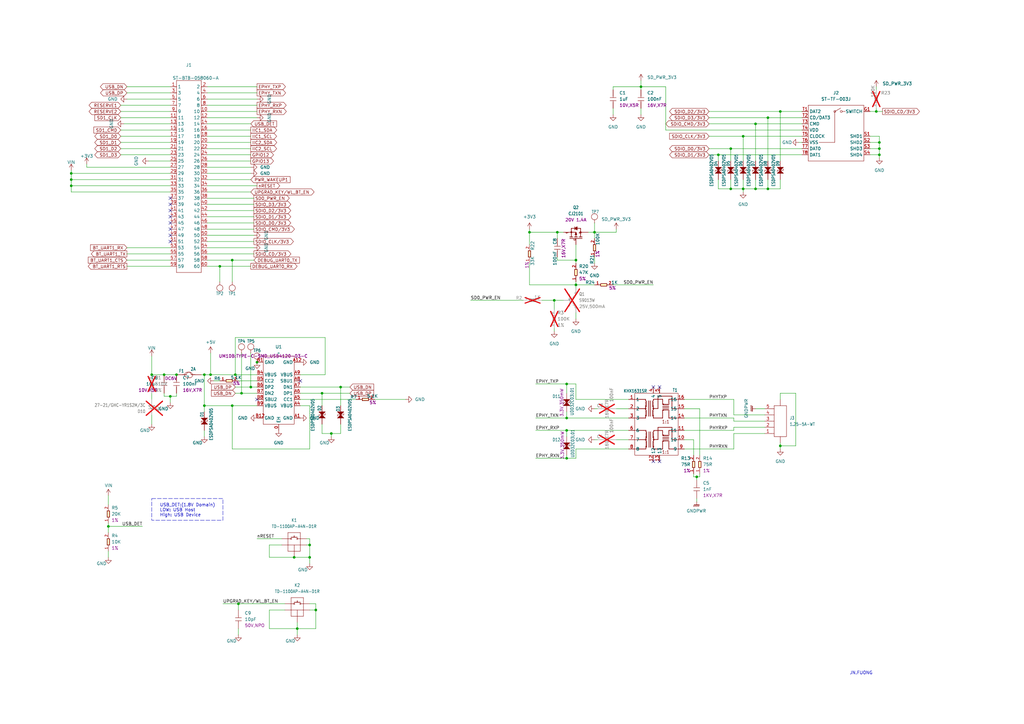
<source format=kicad_sch>
(kicad_sch (version 20231120) (generator "eeschema") (generator_version "8.0")
  (paper "A3")
  (junction (at 285.75 195.58))
  (junction (at 360.68 58.42))
  (junction (at 243.84 95.25))
  (junction (at 83.82 153.67))
  (junction (at 120.65 228.6))
  (junction (at 304.8 55.88))
  (junction (at 294.64 63.5))
  (junction (at 127 223.52))
  (junction (at 105.41 148.59))
  (junction (at 232.41 171.45))
  (junction (at 97.79 247.65))
  (junction (at 29.21 71.12))
  (junction (at 299.72 60.96))
  (junction (at 86.36 153.67))
  (junction (at 359.41 45.72))
  (junction (at 217.17 95.25))
  (junction (at 69.85 162.56))
  (junction (at 44.45 215.9))
  (junction (at 102.87 158.75))
  (junction (at 320.04 45.72))
  (junction (at 360.68 63.5))
  (junction (at 62.23 153.67))
  (junction (at 262.89 35.56))
  (junction (at 127 228.6))
  (junction (at 83.82 166.37))
  (junction (at 67.31 153.67))
  (junction (at 232.41 176.53))
  (junction (at 96.52 153.67))
  (junction (at 304.8 77.47))
  (junction (at 90.17 109.22))
  (junction (at 139.7 158.75))
  (junction (at 309.88 77.47))
  (junction (at 132.08 161.29))
  (junction (at 135.89 177.8))
  (junction (at 360.68 60.96))
  (junction (at 314.96 48.26))
  (junction (at 121.92 257.81))
  (junction (at 95.25 166.37))
  (junction (at 309.88 50.8))
  (junction (at 29.21 73.66))
  (junction (at 227.33 123.19))
  (junction (at 29.21 76.2))
  (junction (at 228.6 95.25))
  (junction (at 99.06 161.29))
  (junction (at 236.22 106.68))
  (junction (at 129.54 250.19))
  (junction (at 299.72 77.47))
  (junction (at 320.04 182.88))
  (junction (at 232.41 157.48))
  (junction (at 95.25 106.68))
  (junction (at 314.96 77.47))
  (junction (at 72.39 153.67))
  (junction (at 236.22 116.84))
  (junction (at 232.41 187.96))
  (no_connect (at 267.97 189.23))
  (no_connect (at 69.85 81.28))
  (no_connect (at 69.85 93.98))
  (no_connect (at 105.41 163.83))
  (no_connect (at 69.85 86.36))
  (no_connect (at 267.97 158.75))
  (no_connect (at 270.51 158.75))
  (no_connect (at 69.85 83.82))
  (no_connect (at 69.85 91.44))
  (no_connect (at 270.51 189.23))
  (no_connect (at 69.85 88.9))
  (no_connect (at 69.85 99.06))
  (no_connect (at 69.85 96.52))
  (no_connect (at 123.19 156.21))
  (wire (pts (xy 328.93 53.34) (xy 273.05 53.34)))
  (wire (pts (xy 299.72 77.47) (xy 304.8 77.47)))
  (wire (pts (xy 29.21 71.12) (xy 29.21 73.66)))
  (wire (pts (xy 299.72 60.96) (xy 299.72 66.04)))
  (wire (pts (xy 300.99 176.53) (xy 300.99 175.26)))
  (wire (pts (xy 232.41 157.48) (xy 232.41 161.29)))
  (wire (pts (xy 236.22 157.48) (xy 236.22 163.83)))
  (wire (pts (xy 304.8 77.47) (xy 304.8 78.74)))
  (wire (pts (xy 104.14 93.98) (xy 85.09 93.98)))
  (wire (pts (xy 273.05 35.56) (xy 262.89 35.56)))
  (wire (pts (xy 320.04 181.61) (xy 320.04 182.88)))
  (wire (pts (xy 86.36 144.78) (xy 86.36 153.67)))
  (wire (pts (xy 300.99 170.18) (xy 313.69 170.18)))
  (wire (pts (xy 132.08 161.29) (xy 132.08 166.37)))
  (wire (pts (xy 90.17 109.22) (xy 102.87 109.22)))
  (wire (pts (xy 110.49 257.81) (xy 121.92 257.81)))
  (wire (pts (xy 236.22 184.15) (xy 257.81 184.15)))
  (wire (pts (xy 97.79 247.65) (xy 97.79 250.19)))
  (wire (pts (xy 290.83 45.72) (xy 320.04 45.72)))
  (wire (pts (xy 280.67 167.64) (xy 287.02 167.64)))
  (wire (pts (xy 284.48 195.58) (xy 284.48 194.31)))
  (wire (pts (xy 285.75 204.47) (xy 285.75 205.74)))
  (wire (pts (xy 217.17 95.25) (xy 228.6 95.25)))
  (wire (pts (xy 99.06 161.29) (xy 105.41 161.29)))
  (wire (pts (xy 85.09 71.12) (xy 102.87 71.12)))
  (wire (pts (xy 104.14 91.44) (xy 85.09 91.44)))
  (wire (pts (xy 49.53 45.72) (xy 69.85 45.72)))
  (wire (pts (xy 241.3 95.25) (xy 243.84 95.25)))
  (wire (pts (xy 280.67 171.45) (xy 300.99 171.45)))
  (wire (pts (xy 97.79 257.81) (xy 97.79 260.35)))
  (wire (pts (xy 320.04 161.29) (xy 326.39 161.29)))
  (wire (pts (xy 127 220.98) (xy 127 223.52)))
  (wire (pts (xy 320.04 45.72) (xy 320.04 66.04)))
  (wire (pts (xy 69.85 162.56) (xy 72.39 162.56)))
  (wire (pts (xy 356.87 60.96) (xy 360.68 60.96)))
  (wire (pts (xy 115.57 223.52) (xy 110.49 223.52)))
  (wire (pts (xy 83.82 153.67) (xy 86.36 153.67)))
  (wire (pts (xy 44.45 214.63) (xy 44.45 215.9)))
  (wire (pts (xy 82.55 153.67) (xy 83.82 153.67)))
  (wire (pts (xy 294.64 63.5) (xy 328.93 63.5)))
  (wire (pts (xy 251.46 35.56) (xy 251.46 36.83)))
  (wire (pts (xy 44.45 226.06) (xy 44.45 228.6)))
  (wire (pts (xy 290.83 55.88) (xy 304.8 55.88)))
  (wire (pts (xy 300.99 177.8) (xy 313.69 177.8)))
  (wire (pts (xy 132.08 177.8) (xy 135.89 177.8)))
  (wire (pts (xy 359.41 44.45) (xy 359.41 45.72)))
  (wire (pts (xy 236.22 163.83) (xy 257.81 163.83)))
  (wire (pts (xy 304.8 55.88) (xy 304.8 66.04)))
  (wire (pts (xy 287.02 194.31) (xy 287.02 195.58)))
  (wire (pts (xy 359.41 35.56) (xy 359.41 36.83)))
  (wire (pts (xy 95.25 106.68) (xy 95.25 115.57)))
  (wire (pts (xy 123.19 161.29) (xy 132.08 161.29)))
  (wire (pts (xy 232.41 176.53) (xy 232.41 179.07)))
  (wire (pts (xy 121.92 257.81) (xy 121.92 255.27)))
  (wire (pts (xy 127 250.19) (xy 129.54 250.19)))
  (wire (pts (xy 110.49 223.52) (xy 110.49 228.6)))
  (wire (pts (xy 87.63 156.21) (xy 90.17 156.21)))
  (wire (pts (xy 105.41 35.56) (xy 85.09 35.56)))
  (wire (pts (xy 104.14 88.9) (xy 85.09 88.9)))
  (wire (pts (xy 360.68 58.42) (xy 360.68 60.96)))
  (wire (pts (xy 285.75 195.58) (xy 287.02 195.58)))
  (wire (pts (xy 252.73 180.34) (xy 257.81 180.34)))
  (wire (pts (xy 105.41 43.18) (xy 85.09 43.18)))
  (wire (pts (xy 294.64 63.5) (xy 294.64 66.04)))
  (wire (pts (xy 356.87 58.42) (xy 360.68 58.42)))
  (wire (pts (xy 102.87 73.66) (xy 85.09 73.66)))
  (wire (pts (xy 304.8 55.88) (xy 328.93 55.88)))
  (wire (pts (xy 52.07 38.1) (xy 69.85 38.1)))
  (wire (pts (xy 285.75 196.85) (xy 285.75 195.58)))
  (wire (pts (xy 139.7 158.75) (xy 143.51 158.75)))
  (wire (pts (xy 95.25 166.37) (xy 105.41 166.37)))
  (wire (pts (xy 314.96 48.26) (xy 314.96 66.04)))
  (wire (pts (xy 104.14 86.36) (xy 85.09 86.36)))
  (wire (pts (xy 85.09 109.22) (xy 90.17 109.22)))
  (wire (pts (xy 243.84 95.25) (xy 243.84 97.79)))
  (wire (pts (xy 320.04 77.47) (xy 320.04 73.66)))
  (wire (pts (xy 356.87 45.72) (xy 359.41 45.72)))
  (wire (pts (xy 99.06 144.78) (xy 99.06 161.29)))
  (wire (pts (xy 104.14 83.82) (xy 85.09 83.82)))
  (wire (pts (xy 29.21 71.12) (xy 69.85 71.12)))
  (wire (pts (xy 251.46 116.84) (xy 267.97 116.84)))
  (wire (pts (xy 102.87 58.42) (xy 85.09 58.42)))
  (wire (pts (xy 90.17 109.22) (xy 90.17 115.57)))
  (wire (pts (xy 227.33 134.62) (xy 227.33 135.89)))
  (wire (pts (xy 123.19 166.37) (xy 127 166.37)))
  (wire (pts (xy 146.05 163.83) (xy 123.19 163.83)))
  (wire (pts (xy 309.88 73.66) (xy 309.88 77.47)))
  (wire (pts (xy 294.64 77.47) (xy 299.72 77.47)))
  (wire (pts (xy 300.99 172.72) (xy 313.69 172.72)))
  (wire (pts (xy 91.44 247.65) (xy 97.79 247.65)))
  (wire (pts (xy 326.39 182.88) (xy 320.04 182.88)))
  (wire (pts (xy 135.89 177.8) (xy 139.7 177.8)))
  (wire (pts (xy 67.31 161.29) (xy 67.31 162.56)))
  (wire (pts (xy 314.96 77.47) (xy 320.04 77.47)))
  (wire (pts (xy 243.84 95.25) (xy 252.73 95.25)))
  (wire (pts (xy 127 228.6) (xy 127 223.52)))
  (wire (pts (xy 110.49 250.19) (xy 110.49 257.81)))
  (wire (pts (xy 121.92 257.81) (xy 121.92 260.35)))
  (wire (pts (xy 116.84 250.19) (xy 110.49 250.19)))
  (wire (pts (xy 290.83 63.5) (xy 294.64 63.5)))
  (wire (pts (xy 29.21 73.66) (xy 69.85 73.66)))
  (wire (pts (xy 120.65 228.6) (xy 127 228.6)))
  (wire (pts (xy 83.82 176.53) (xy 83.82 179.07)))
  (wire (pts (xy 232.41 168.91) (xy 232.41 171.45)))
  (wire (pts (xy 102.87 53.34) (xy 85.09 53.34)))
  (wire (pts (xy 97.79 247.65) (xy 116.84 247.65)))
  (wire (pts (xy 320.04 182.88) (xy 320.04 184.15)))
  (wire (pts (xy 217.17 93.98) (xy 217.17 95.25)))
  (wire (pts (xy 309.88 77.47) (xy 314.96 77.47)))
  (wire (pts (xy 232.41 186.69) (xy 232.41 187.96)))
  (wire (pts (xy 327.66 58.42) (xy 328.93 58.42)))
  (wire (pts (xy 127 223.52) (xy 125.73 223.52)))
  (wire (pts (xy 356.87 63.5) (xy 360.68 63.5)))
  (wire (pts (xy 219.71 171.45) (xy 232.41 171.45)))
  (wire (pts (xy 85.09 66.04) (xy 102.87 66.04)))
  (wire (pts (xy 104.14 81.28) (xy 85.09 81.28)))
  (wire (pts (xy 285.75 195.58) (xy 284.48 195.58)))
  (wire (pts (xy 83.82 153.67) (xy 83.82 166.37)))
  (wire (pts (xy 29.21 69.85) (xy 29.21 71.12)))
  (wire (pts (xy 304.8 73.66) (xy 304.8 77.47)))
  (wire (pts (xy 262.89 44.45) (xy 262.89 46.99)))
  (wire (pts (xy 105.41 40.64) (xy 85.09 40.64)))
  (wire (pts (xy 300.99 175.26) (xy 313.69 175.26)))
  (wire (pts (xy 280.67 184.15) (xy 300.99 184.15)))
  (wire (pts (xy 127 228.6) (xy 127 231.14)))
  (wire (pts (xy 35.56 67.31) (xy 35.56 68.58)))
  (wire (pts (xy 290.83 48.26) (xy 314.96 48.26)))
  (wire (pts (xy 44.45 215.9) (xy 44.45 218.44)))
  (wire (pts (xy 280.67 176.53) (xy 300.99 176.53)))
  (wire (pts (xy 96.52 161.29) (xy 99.06 161.29)))
  (wire (pts (xy 85.09 68.58) (xy 102.87 68.58)))
  (wire (pts (xy 300.99 184.15) (xy 300.99 177.8)))
  (wire (pts (xy 309.88 50.8) (xy 309.88 66.04)))
  (wire (pts (xy 95.25 106.68) (xy 104.14 106.68)))
  (wire (pts (xy 217.17 116.84) (xy 236.22 116.84)))
  (wire (pts (xy 86.36 153.67) (xy 96.52 153.67)))
  (wire (pts (xy 139.7 177.8) (xy 139.7 173.99)))
  (wire (pts (xy 127 247.65) (xy 129.54 247.65)))
  (wire (pts (xy 62.23 170.18) (xy 62.23 173.99)))
  (wire (pts (xy 67.31 162.56) (xy 69.85 162.56)))
  (wire (pts (xy 236.22 106.68) (xy 236.22 107.95)))
  (wire (pts (xy 49.53 58.42) (xy 69.85 58.42)))
  (wire (pts (xy 129.54 257.81) (xy 121.92 257.81)))
  (wire (pts (xy 273.05 53.34) (xy 273.05 35.56)))
  (wire (pts (xy 52.07 106.68) (xy 69.85 106.68)))
  (wire (pts (xy 314.96 48.26) (xy 328.93 48.26)))
  (wire (pts (xy 228.6 95.25) (xy 228.6 97.79)))
  (wire (pts (xy 139.7 158.75) (xy 139.7 166.37)))
  (wire (pts (xy 72.39 162.56) (xy 72.39 161.29)))
  (wire (pts (xy 236.22 128.27) (xy 236.22 130.81)))
  (wire (pts (xy 135.89 177.8) (xy 135.89 179.07)))
  (wire (pts (xy 129.54 247.65) (xy 129.54 250.19)))
  (wire (pts (xy 360.68 55.88) (xy 360.68 58.42)))
  (wire (pts (xy 217.17 95.25) (xy 217.17 100.33)))
  (wire (pts (xy 96.52 153.67) (xy 105.41 153.67)))
  (wire (pts (xy 320.04 45.72) (xy 328.93 45.72)))
  (wire (pts (xy 62.23 161.29) (xy 62.23 163.83)))
  (wire (pts (xy 243.84 105.41) (xy 243.84 107.95)))
  (wire (pts (xy 236.22 100.33) (xy 236.22 106.68)))
  (wire (pts (xy 262.89 33.02) (xy 262.89 35.56)))
  (wire (pts (xy 49.53 55.88) (xy 69.85 55.88)))
  (wire (pts (xy 105.41 38.1) (xy 85.09 38.1)))
  (wire (pts (xy 133.35 138.43) (xy 96.52 138.43)))
  (wire (pts (xy 243.84 91.44) (xy 243.84 95.25)))
  (wire (pts (xy 105.41 76.2) (xy 85.09 76.2)))
  (wire (pts (xy 304.8 77.47) (xy 309.88 77.47)))
  (wire (pts (xy 62.23 153.67) (xy 67.31 153.67)))
  (wire (pts (xy 125.73 220.98) (xy 127 220.98)))
  (wire (pts (xy 290.83 60.96) (xy 299.72 60.96)))
  (wire (pts (xy 102.87 60.96) (xy 85.09 60.96)))
  (wire (pts (xy 110.49 228.6) (xy 120.65 228.6)))
  (wire (pts (xy 102.87 55.88) (xy 85.09 55.88)))
  (wire (pts (xy 284.48 180.34) (xy 284.48 186.69)))
  (wire (pts (xy 129.54 250.19) (xy 129.54 257.81)))
  (wire (pts (xy 60.96 66.04) (xy 69.85 66.04)))
  (wire (pts (xy 232.41 176.53) (xy 257.81 176.53)))
  (wire (pts (xy 123.19 158.75) (xy 139.7 158.75)))
  (wire (pts (xy 228.6 105.41) (xy 228.6 106.68)))
  (wire (pts (xy 104.14 101.6) (xy 85.09 101.6)))
  (wire (pts (xy 52.07 35.56) (xy 69.85 35.56)))
  (wire (pts (xy 320.04 163.83) (xy 320.04 161.29)))
  (wire (pts (xy 314.96 73.66) (xy 314.96 77.47)))
  (wire (pts (xy 52.07 40.64) (xy 69.85 40.64)))
  (wire (pts (xy 127 166.37) (xy 127 184.15)))
  (wire (pts (xy 217.17 107.95) (xy 217.17 116.84)))
  (wire (pts (xy 219.71 187.96) (xy 232.41 187.96)))
  (wire (pts (xy 287.02 167.64) (xy 287.02 186.69)))
  (wire (pts (xy 232.41 157.48) (xy 236.22 157.48)))
  (wire (pts (xy 290.83 50.8) (xy 309.88 50.8)))
  (wire (pts (xy 236.22 187.96) (xy 236.22 184.15)))
  (wire (pts (xy 85.09 106.68) (xy 95.25 106.68)))
  (wire (pts (xy 96.52 158.75) (xy 102.87 158.75)))
  (wire (pts (xy 29.21 76.2) (xy 29.21 78.74)))
  (wire (pts (xy 309.88 50.8) (xy 328.93 50.8)))
  (wire (pts (xy 102.87 158.75) (xy 105.41 158.75)))
  (wire (pts (xy 104.14 99.06) (xy 85.09 99.06)))
  (wire (pts (xy 243.84 180.34) (xy 245.11 180.34)))
  (wire (pts (xy 83.82 166.37) (xy 83.82 168.91)))
  (wire (pts (xy 85.09 63.5) (xy 102.87 63.5)))
  (wire (pts (xy 127 184.15) (xy 95.25 184.15)))
  (wire (pts (xy 300.99 163.83) (xy 300.99 170.18)))
  (wire (pts (xy 29.21 78.74) (xy 69.85 78.74)))
  (wire (pts (xy 326.39 161.29) (xy 326.39 182.88)))
  (wire (pts (xy 360.68 63.5) (xy 360.68 64.77)))
  (wire (pts (xy 105.41 48.26) (xy 85.09 48.26)))
  (wire (pts (xy 83.82 166.37) (xy 95.25 166.37)))
  (wire (pts (xy 299.72 60.96) (xy 328.93 60.96)))
  (wire (pts (xy 309.88 167.64) (xy 313.69 167.64)))
  (wire (pts (xy 95.25 184.15) (xy 95.25 166.37)))
  (wire (pts (xy 62.23 146.05) (xy 62.23 153.67)))
  (wire (pts (xy 280.67 163.83) (xy 300.99 163.83)))
  (wire (pts (xy 280.67 180.34) (xy 284.48 180.34)))
  (wire (pts (xy 153.67 163.83) (xy 166.37 163.83)))
  (wire (pts (xy 356.87 55.88) (xy 360.68 55.88)))
  (wire (pts (xy 44.45 215.9) (xy 58.42 215.9)))
  (wire (pts (xy 96.52 138.43) (xy 96.52 153.67)))
  (wire (pts (xy 35.56 68.58) (xy 69.85 68.58)))
  (wire (pts (xy 133.35 153.67) (xy 133.35 138.43)))
  (wire (pts (xy 44.45 203.2) (xy 44.45 207.01)))
  (wire (pts (xy 222.25 123.19) (xy 227.33 123.19)))
  (wire (pts (xy 132.08 173.99) (xy 132.08 177.8)))
  (wire (pts (xy 252.73 93.98) (xy 252.73 95.25)))
  (wire (pts (xy 236.22 115.57) (xy 236.22 116.84)))
  (wire (pts (xy 67.31 153.67) (xy 72.39 153.67)))
  (wire (pts (xy 105.41 220.98) (xy 115.57 220.98)))
  (wire (pts (xy 231.14 95.25) (xy 228.6 95.25)))
  (wire (pts (xy 29.21 76.2) (xy 69.85 76.2)))
  (wire (pts (xy 359.41 45.72) (xy 361.95 45.72)))
  (wire (pts (xy 219.71 157.48) (xy 232.41 157.48)))
  (wire (pts (xy 104.14 96.52) (xy 85.09 96.52)))
  (wire (pts (xy 251.46 44.45) (xy 251.46 46.99)))
  (wire (pts (xy 262.89 35.56) (xy 251.46 35.56)))
  (wire (pts (xy 262.89 35.56) (xy 262.89 36.83)))
  (wire (pts (xy 299.72 73.66) (xy 299.72 77.47)))
  (wire (pts (xy 232.41 187.96) (xy 236.22 187.96)))
  (wire (pts (xy 219.71 176.53) (xy 232.41 176.53)))
  (wire (pts (xy 97.79 156.21) (xy 105.41 156.21)))
  (wire (pts (xy 227.33 123.19) (xy 231.14 123.19)))
  (wire (pts (xy 49.53 60.96) (xy 69.85 60.96)))
  (wire (pts (xy 252.73 167.64) (xy 257.81 167.64)))
  (wire (pts (xy 102.87 50.8) (xy 85.09 50.8)))
  (wire (pts (xy 243.84 167.64) (xy 245.11 167.64)))
  (wire (pts (xy 102.87 144.78) (xy 102.87 158.75)))
  (wire (pts (xy 228.6 106.68) (xy 236.22 106.68)))
  (wire (pts (xy 102.87 78.74) (xy 85.09 78.74)))
  (wire (pts (xy 52.07 101.6) (xy 69.85 101.6)))
  (wire (pts (xy 49.53 48.26) (xy 69.85 48.26)))
  (wire (pts (xy 29.21 73.66) (xy 29.21 76.2)))
  (wire (pts (xy 49.53 53.34) (xy 69.85 53.34)))
  (wire (pts (xy 300.99 171.45) (xy 300.99 172.72)))
  (wire (pts (xy 236.22 116.84) (xy 236.22 118.11)))
  (wire (pts (xy 227.33 123.19) (xy 227.33 127)))
  (wire (pts (xy 193.04 123.19) (xy 214.63 123.19)))
  (wire (pts (xy 105.41 45.72) (xy 85.09 45.72)))
  (wire (pts (xy 360.68 60.96) (xy 360.68 63.5)))
  (wire (pts (xy 52.07 104.14) (xy 69.85 104.14)))
  (wire (pts (xy 50.8 50.8) (xy 69.85 50.8)))
  (wire (pts (xy 236.22 116.84) (xy 243.84 116.84)))
  (wire (pts (xy 132.08 161.29) (xy 143.51 161.29)))
  (wire (pts (xy 69.85 43.18) (xy 49.53 43.18)))
  (wire (pts (xy 294.64 73.66) (xy 294.64 77.47)))
  (wire (pts (xy 49.53 63.5) (xy 69.85 63.5)))
  (wire (pts (xy 123.19 153.67) (xy 133.35 153.67)))
  (wire (pts (xy 232.41 171.45) (xy 257.81 171.45)))
  (wire (pts (xy 69.85 162.56) (xy 69.85 165.1)))
  (wire (pts (xy 104.14 104.14) (xy 85.09 104.14)))
  (wire (pts (xy 52.07 109.22) (xy 69.85 109.22)))
  (rectangle (start 62.23 204.47) (end 91.44 213.36) (stroke (width 0) (type dash)))
  (text "JN.FUONG" (at 348.488 276.86 0) (effects (font (size 1.27 1.27)) (justify left bottom)))
  (text "USB_DET:(1.8V Domain)\nLOW: USB Host\nHigh: USB Device" (at 65.532 209.296 0) (effects (font (size 1.27 1.27)) (justify left)))
  (label "EPHY_RXP" (at 219.71 176.53 0))
  (label "SD0_PWR_EN" (at 267.97 116.84 180))
  (label "PHYTXP" (at 290.83 163.83 0))
  (label "EPHY_TXN" (at 219.71 171.45 0))
  (label "PHYTXN" (at 290.83 171.45 0))
  (label "EPHY_TXP" (at 219.71 157.48 0))
  (label "PHYRXN" (at 290.83 184.15 0))
  (label "SD0_PWR_EN" (at 193.04 123.19 0))
  (label "nRESET" (at 105.41 220.98 0))
  (label "USB_DET" (at 58.42 215.9 180))
  (label "PHYRXP" (at 290.83 176.53 0))
  (label "EPHY_RXN" (at 219.71 187.96 0))
  (label "UPGRAD_KEY{slash}WL_BT_EN" (at 91.44 247.65 0))
  (global_label "EPHY_RXP" (shape output) (at 105.41 43.18 0) (property "Intersheetrefs" "${INTERSHEET_REFS}" (effects (hide yes))))
  (global_label "IIC1_SCL" (shape output) (at 102.87 55.88 0) (property "Intersheetrefs" "${INTERSHEET_REFS}" (effects (hide yes))))
  (global_label "USB_DN" (shape input) (at 143.51 158.75 0) (property "Intersheetrefs" "${INTERSHEET_REFS}" (effects (hide yes))))
  (global_label "IIC2_SCL" (shape output) (at 102.87 60.96 0) (property "Intersheetrefs" "${INTERSHEET_REFS}" (effects (hide yes))))
  (global_label "SDIO_CLK{slash}3V3" (shape input) (at 290.83 55.88 180) (property "Intersheetrefs" "${INTERSHEET_REFS}" (effects (hide yes))))
  (global_label "IIC1_SDA" (shape output) (at 102.87 53.34 0) (property "Intersheetrefs" "${INTERSHEET_REFS}" (effects (hide yes))))
  (global_label "USB_DN" (shape input) (at 96.52 161.29 180) (property "Intersheetrefs" "${INTERSHEET_REFS}" (effects (hide yes))))
  (global_label "BT_UART1_RTS" (shape output) (at 52.07 109.22 180) (property "Intersheetrefs" "${INTERSHEET_REFS}" (effects (hide yes))))
  (global_label "BT_UART1_TX" (shape output) (at 52.07 104.14 180) (property "Intersheetrefs" "${INTERSHEET_REFS}" (effects (hide yes))))
  (global_label "USB_DN" (shape bidirectional) (at 52.07 35.56 180) (property "Intersheetrefs" "${INTERSHEET_REFS}" (effects (hide yes))))
  (global_label "SDIO_D3{slash}3V3" (shape output) (at 104.14 83.82 0) (property "Intersheetrefs" "${INTERSHEET_REFS}" (effects (hide yes))))
  (global_label "IIC2_SDA" (shape output) (at 102.87 58.42 0) (property "Intersheetrefs" "${INTERSHEET_REFS}" (effects (hide yes))))
  (global_label "SDIO_CMD{slash}3V3" (shape bidirectional) (at 290.83 50.8 180) (property "Intersheetrefs" "${INTERSHEET_REFS}" (effects (hide yes))))
  (global_label "nRESET" (shape output) (at 105.41 76.2 0) (property "Intersheetrefs" "${INTERSHEET_REFS}" (effects (hide yes))))
  (global_label "SD1_D3" (shape bidirectional) (at 49.53 63.5 180) (property "Intersheetrefs" "${INTERSHEET_REFS}" (effects (hide yes))))
  (global_label "SD0_PWR_EN" (shape output) (at 104.14 81.28 0) (property "Intersheetrefs" "${INTERSHEET_REFS}" (effects (hide yes))))
  (global_label "RESERVE1" (shape bidirectional) (at 49.53 43.18 180) (property "Intersheetrefs" "${INTERSHEET_REFS}" (effects (hide yes))))
  (global_label "SDIO_CMD{slash}3V3" (shape output) (at 104.14 93.98 0) (property "Intersheetrefs" "${INTERSHEET_REFS}" (effects (hide yes))))
  (global_label "DEBUG_UART0_RX" (shape output) (at 102.87 109.22 0) (property "Intersheetrefs" "${INTERSHEET_REFS}" (effects (hide yes))))
  (global_label "GPIO13" (shape output) (at 102.87 66.04 0) (property "Intersheetrefs" "${INTERSHEET_REFS}" (effects (hide yes))))
  (global_label "SDIO_D1{slash}3V3" (shape output) (at 104.14 88.9 0) (property "Intersheetrefs" "${INTERSHEET_REFS}" (effects (hide yes))))
  (global_label "SDIO_CLK{slash}3V3" (shape output) (at 104.14 99.06 0) (property "Intersheetrefs" "${INTERSHEET_REFS}" (effects (hide yes))))
  (global_label "USB_DP" (shape bidirectional) (at 52.07 38.1 180) (property "Intersheetrefs" "${INTERSHEET_REFS}" (effects (hide yes))))
  (global_label "RESERVE2" (shape bidirectional) (at 49.53 45.72 180) (property "Intersheetrefs" "${INTERSHEET_REFS}" (effects (hide yes))))
  (global_label "USB_DET" (shape input) (at 102.87 50.8 0) (property "Intersheetrefs" "${INTERSHEET_REFS}" (effects (hide yes))))
  (global_label "SDIO_D1{slash}3V3" (shape bidirectional) (at 290.83 63.5 180) (property "Intersheetrefs" "${INTERSHEET_REFS}" (effects (hide yes))))
  (global_label "SDIO_D0{slash}3V3" (shape output) (at 104.14 91.44 0) (property "Intersheetrefs" "${INTERSHEET_REFS}" (effects (hide yes))))
  (global_label "SDIO_D0{slash}3V3" (shape bidirectional) (at 290.83 60.96 180) (property "Intersheetrefs" "${INTERSHEET_REFS}" (effects (hide yes))))
  (global_label "BT_UART1_RX" (shape input) (at 52.07 101.6 180) (property "Intersheetrefs" "${INTERSHEET_REFS}" (effects (hide yes))))
  (global_label "SDIO_D3{slash}3V3" (shape bidirectional) (at 290.83 48.26 180) (property "Intersheetrefs" "${INTERSHEET_REFS}" (effects (hide yes))))
  (global_label "BT_UART1_CTS" (shape input) (at 52.07 106.68 180) (property "Intersheetrefs" "${INTERSHEET_REFS}" (effects (hide yes))))
  (global_label "SD1_D0" (shape bidirectional) (at 49.53 55.88 180) (property "Intersheetrefs" "${INTERSHEET_REFS}" (effects (hide yes))))
  (global_label "SDIO_CD{slash}3V3" (shape output) (at 104.14 104.14 0) (property "Intersheetrefs" "${INTERSHEET_REFS}" (effects (hide yes))))
  (global_label "SDIO_D2{slash}3V3" (shape output) (at 104.14 86.36 0) (property "Intersheetrefs" "${INTERSHEET_REFS}" (effects (hide yes))))
  (global_label "SD1_CMD" (shape input) (at 49.53 53.34 180) (property "Intersheetrefs" "${INTERSHEET_REFS}" (effects (hide yes))))
  (global_label "SDIO_CD{slash}3V3" (shape output) (at 361.95 45.72 0) (property "Intersheetrefs" "${INTERSHEET_REFS}" (effects (hide yes))))
  (global_label "DEBUG_UART0_TX" (shape input) (at 104.14 106.68 0) (property "Intersheetrefs" "${INTERSHEET_REFS}" (effects (hide yes))))
  (global_label "UPGRAD_KEY{slash}WL_BT_EN" (shape bidirectional) (at 102.87 78.74 0) (property "Intersheetrefs" "${INTERSHEET_REFS}" (effects (hide yes))))
  (global_label "EPHY_TXN" (shape output) (at 105.41 38.1 0) (property "Intersheetrefs" "${INTERSHEET_REFS}" (effects (hide yes))))
  (global_label "USB_DP" (shape input) (at 143.51 161.29 0) (property "Intersheetrefs" "${INTERSHEET_REFS}" (effects (hide yes))))
  (global_label "GPIO12" (shape output) (at 102.87 63.5 0) (property "Intersheetrefs" "${INTERSHEET_REFS}" (effects (hide yes))))
  (global_label "USB_DP" (shape input) (at 96.52 158.75 180) (property "Intersheetrefs" "${INTERSHEET_REFS}" (effects (hide yes))))
  (global_label "EPHY_TXP" (shape output) (at 105.41 35.56 0) (property "Intersheetrefs" "${INTERSHEET_REFS}" (effects (hide yes))))
  (global_label "SD1_CLK" (shape input) (at 49.53 48.26 180) (property "Intersheetrefs" "${INTERSHEET_REFS}" (effects (hide yes))))
  (global_label "PWR_WAKEUP1" (shape input) (at 102.87 73.66 0) (property "Intersheetrefs" "${INTERSHEET_REFS}" (effects (hide yes))))
  (global_label "SD1_D1" (shape bidirectional) (at 49.53 58.42 180) (property "Intersheetrefs" "${INTERSHEET_REFS}" (effects (hide yes))))
  (global_label "SDIO_D2{slash}3V3" (shape bidirectional) (at 290.83 45.72 180) (property "Intersheetrefs" "${INTERSHEET_REFS}" (effects (hide yes))))
  (global_label "EPHY_RXN" (shape output) (at 105.41 45.72 0) (property "Intersheetrefs" "${INTERSHEET_REFS}" (effects (hide yes))))
  (global_label "SD1_D2" (shape bidirectional) (at 49.53 60.96 180) (property "Intersheetrefs" "${INTERSHEET_REFS}" (effects (hide yes))))
  (symbol (lib_id "P & G:+3V3") (at 217.17 93.98 0) (unit 1)
    (property "Reference" "#PWR037" (effects (hide yes)))
    (property "Value" "+3V3" (at 217.17 88.9 0))
  )
  (symbol (lib_id "libdb:Resistors/301010017") (at 93.98 156.21 0) (unit 1)
    (property "Reference" "R6" (at 89.154 155.194 0))
    (property "Value" "5.1K" (at 94.615 155.575 0) (effects (justify left bottom)))
    (property "Footprint" "Resistor:R0402" (effects (hide yes)))
    (property "Description" "SMD RES 5.1K-5%-1/16W;0402" (effects (hide yes)))
    (property "Manufacturer" "YAGEO" (effects (hide yes)))
    (property "MPN" "RC0402JR-075K1L" (effects (hide yes)))
    (property "SKU" "301010017" (effects (hide yes)))
    (property "Resistance" "5.1K" (effects (hide yes)))
    (property "Part Type" "RES" (effects (hide yes)))
    (property "Power Rating" "5%" (at 97.028 157.226 0))
    (property "Status" "Grove AI HAT for Edge Computing" (effects (hide yes)))
    (property "Temperature" "-55°C to 155°C" (effects (hide yes)))
  )
  (symbol (lib_id "libdb:Capacitors/302010004") (at 262.89 40.64 0) (unit 1)
    (property "Reference" "C2" (at 265.43 38.0999 0) (effects (justify left)))
    (property "Value" "100nF" (at 265.43 40.6399 0) (effects (justify left)))
    (property "Footprint" "Capacitor:C0402" (effects (hide yes)))
    (property "Description" "SMD CAP Ceramic 100nF-16V-10%-X7R;0402" (effects (hide yes)))
    (property "Manufacturer" "YAGEO" (effects (hide yes)))
    (property "MPN" "CC0402KRX7R7BB104" (effects (hide yes)))
    (property "SKU" "302010004" (effects (hide yes)))
    (property "Part Type" "Ceramic" (effects (hide yes)))
    (property "Voltage Rating" "16V,X7R" (at 265.43 43.1799 0) (effects (justify left)))
    (property "Status" "BeagleBone Carrier Board" (effects (hide yes)))
    (property "Temperature" "-55°C to 125°C" (effects (hide yes)))
  )
  (symbol (lib_id "P & G:GND") (at 243.84 180.34 270) (mirror x) (unit 1)
    (property "Reference" "#PWR022" (effects (hide yes)))
    (property "Value" "GND" (at 240.03 180.3399 90) (effects (justify right)))
  )
  (symbol (lib_id "P & G:+5V") (at 62.23 146.05 0) (mirror y) (unit 1)
    (property "Reference" "#PWR033" (effects (hide yes)))
    (property "Value" "VIN" (at 62.23 142.748 0))
  )
  (symbol (lib_id "libdb:Misc/TP35C_SMD") (at 95.25 118.11 270) (unit 1)
    (property "Reference" "TP1" (at 96.774 120.396 90) (effects (font (size 1.27 1.0795)) (justify right)))
    (property "Value" "Test Point" (effects (hide yes)))
    (property "Footprint" "Misc:TP-D35MIL" (effects (hide yes)))
    (property "Description" "Test Point;TP35C_SMD" (effects (hide yes)))
    (property "SKU" "TP35C_SMD" (effects (hide yes)))
    (property "Part Type" "Test Point" (effects (hide yes)))
  )
  (symbol (lib_id "P & G:GND") (at 83.82 179.07 0) (unit 1)
    (property "Reference" "#PWR08" (effects (hide yes)))
    (property "Value" "GND" (at 81.026 181.61 0))
  )
  (symbol (lib_id "libdb:Resistors/301010441") (at 217.17 104.14 270) (mirror x) (unit 1)
    (property "Reference" "R22" (at 218.44 98.806 0) (effects (justify right)))
    (property "Value" "33K" (at 217.678 108.966 0) (effects (justify left bottom)))
    (property "Footprint" "Resistor:R0402" (effects (hide yes)))
    (property "Description" "SMD RES 33K-1%-1/16W;0402" (effects (hide yes)))
    (property "Manufacturer" "YAGEO" (effects (hide yes)))
    (property "MPN" "RC0402FR-0733KL" (effects (hide yes)))
    (property "SKU" "301010441" (effects (hide yes)))
    (property "Resistance" "33K" (effects (hide yes)))
    (property "Part Type" "RES" (effects (hide yes)))
    (property "Power Rating" "1%" (at 216.154 108.712 0))
    (property "Status" "Recamera" (effects (hide yes)))
    (property "Temperature" "-55°C to 155°C" (effects (hide yes)))
  )
  (symbol (lib_id "libdb:Resistors/301010050") (at 62.23 157.48 270) (mirror x) (unit 1) (dnp yes)
    (property "Reference" "R1" (at 63.5 154.9399 90) (effects (justify left)))
    (property "Value" "510R" (at 63.5 157.4799 90) (effects (justify left)))
    (property "Footprint" "Resistor:R0402" (effects (hide yes)))
    (property "Description" "SMD RES 510R-5%-1/16W;0402" (effects (hide yes)))
    (property "Manufacturer" "YAGEO" (effects (hide yes)))
    (property "MPN" "RC0402JR-07510RL" (effects (hide yes)))
    (property "SKU" "301010050" (effects (hide yes)))
    (property "Resistance" "510R" (effects (hide yes)))
    (property "Part Type" "RES" (effects (hide yes)))
    (property "Power Rating" "5%" (at 63.5 160.0199 90) (effects (justify left)))
    (property "Status" "R2" (effects (hide yes)))
    (property "Temperature" "-55°C to 155°C" (effects (hide yes)))
  )
  (symbol (lib_id "P & G:GND") (at 105.41 171.45 270) (unit 1)
    (property "Reference" "#PWR047" (effects (hide yes)))
    (property "Value" "GND" (at 101.6 171.4499 90) (effects (justify right)))
  )
  (symbol (lib_id "P & G:+3V3") (at 35.56 67.31 0) (mirror y) (unit 1)
    (property "Reference" "#PWR02" (effects (hide yes)))
    (property "Value" "+3V3" (at 35.56 64.008 0))
  )
  (symbol (lib_id "P & G:+5V") (at 29.21 69.85 0) (mirror y) (unit 1)
    (property "Reference" "#PWR01" (effects (hide yes)))
    (property "Value" "VIN" (at 29.21 66.548 0))
  )
  (symbol (lib_id "P & G:GND") (at 102.87 68.58 90) (mirror x) (unit 1)
    (property "Reference" "#PWR06" (effects (hide yes)))
    (property "Value" "GND" (at 106.68 68.5799 90) (effects (justify right)))
  )
  (symbol (lib_id "libdb:Misc/TP35C_SMD") (at 105.41 146.05 90) (unit 1)
    (property "Reference" "TP6" (at 103.886 143.764 90) (effects (font (size 1.27 1.0795)) (justify right)))
    (property "Value" "Test Point" (effects (hide yes)))
    (property "Footprint" "Misc:TP-D35MIL" (effects (hide yes)))
    (property "Description" "Test Point;TP35C_SMD" (effects (hide yes)))
    (property "SKU" "TP35C_SMD" (effects (hide yes)))
    (property "Part Type" "Test Point" (effects (hide yes)))
  )
  (symbol (lib_id "libdb:Resistors/301010456") (at 243.84 101.6 90) (unit 1)
    (property "Reference" "R21" (at 242.824 104.394 0) (effects (justify right)))
    (property "Value" "100K" (at 245.872 100.584 0) (effects (justify left bottom)))
    (property "Footprint" "Resistor:R0402" (effects (hide yes)))
    (property "Description" "SMD RES 100K-1%-1/16W;0402" (effects (hide yes)))
    (property "Manufacturer" "YAGEO" (effects (hide yes)))
    (property "MPN" "RC0402FR-07100KL" (effects (hide yes)))
    (property "SKU" "301010456" (effects (hide yes)))
    (property "Resistance" "100K" (effects (hide yes)))
    (property "Part Type" "RES" (effects (hide yes)))
    (property "Power Rating" "1%" (at 245.11 104.14 0))
    (property "Status" "BeagleBone Carrier Board" (effects (hide yes)))
    (property "Temperature" "-55°C to 155°C" (effects (hide yes)))
  )
  (symbol (lib_id "libdb:Capacitors/302010004") (at 248.92 167.64 90) (unit 1) (dnp yes)
    (property "Reference" "C3" (at 246.126 166.37 90))
    (property "Value" "100nF" (at 250.825 161.925 0))
    (property "Footprint" "Capacitor:C0402" (effects (hide yes)))
    (property "Description" "SMD CAP Ceramic 100nF-16V-10%-X7R;0402" (effects (hide yes)))
    (property "Manufacturer" "YAGEO" (effects (hide yes)))
    (property "MPN" "CC0402KRX7R7BB104" (effects (hide yes)))
    (property "SKU" "302010004" (effects (hide yes)))
    (property "Part Type" "Ceramic" (effects (hide yes)))
    (property "Voltage Rating" "16V,X7R" (at 248.92 167.64 0))
    (property "Status" "BeagleBone Carrier Board" (effects (hide yes)))
    (property "Temperature" "-55°C to 125°C" (effects (hide yes)))
  )
  (symbol (lib_id "P & G:GND") (at 105.41 148.59 0) (unit 1)
    (property "Reference" "#PWR046" (effects (hide yes)))
    (property "Value" "GND" (at 102.616 151.13 0))
  )
  (symbol (lib_id "libdb:Connector/320090000") (at 341.63 54.61 0) (unit 1)
    (property "Reference" "J2" (at 342.9 38.1 0))
    (property "Value" "ST-TF-003J" (at 342.9 40.64 0))
    (property "Footprint" "Connector:MICRO-SD-CARD-9P" (effects (hide yes)))
    (property "Description" "SMD SD Card Holder;9P-L14.7*W13.8*H1.0mm" (effects (hide yes)))
    (property "Manufacturer" "SUNGTECH" (effects (hide yes)))
    (property "MPN" "ST-TF-003J" (effects (hide yes)))
    (property "SKU" "320090000" (effects (hide yes)))
    (property "Part Type" "Connectors" (effects (hide yes)))
  )
  (symbol (lib_id "libdb:Misc/TP35C_SMD") (at 99.06 142.24 90) (unit 1)
    (property "Reference" "TP4" (at 97.536 139.954 90) (effects (font (size 1.27 1.0795)) (justify right)))
    (property "Value" "Test Point" (effects (hide yes)))
    (property "Footprint" "Misc:TP-D35MIL" (effects (hide yes)))
    (property "Description" "Test Point;TP35C_SMD" (effects (hide yes)))
    (property "SKU" "TP35C_SMD" (effects (hide yes)))
    (property "Part Type" "Test Point" (effects (hide yes)))
  )
  (symbol (lib_id "libdb:Resistors/301010006") (at 247.65 116.84 0) (unit 1)
    (property "Reference" "R24" (at 242.062 115.824 0))
    (property "Value" "1K" (at 250.698 116.586 0) (effects (justify left bottom)))
    (property "Footprint" "Resistor:R0402" (effects (hide yes)))
    (property "Description" "SMD RES 1K-5%-1/16W;0402" (effects (hide yes)))
    (property "Manufacturer" "YAGEO" (effects (hide yes)))
    (property "MPN" "RC0402JR-071KL" (effects (hide yes)))
    (property "SKU" "301010006" (effects (hide yes)))
    (property "Resistance" "1K" (effects (hide yes)))
    (property "Part Type" "RES" (effects (hide yes)))
    (property "Power Rating" "5%" (at 251.206 118.11 0))
    (property "Status" "BeagleBone Carrier Board" (effects (hide yes)))
    (property "Temperature" "-55°C to 155°C" (effects (hide yes)))
  )
  (symbol (lib_id "libdb:Capacitors/302010004") (at 72.39 157.48 0) (unit 1)
    (property "Reference" "C7" (at 74.93 154.9399 0) (effects (justify left)))
    (property "Value" "100nF" (at 74.93 157.4799 0) (effects (justify left)))
    (property "Footprint" "Capacitor:C0402" (effects (hide yes)))
    (property "Description" "SMD CAP Ceramic 100nF-16V-10%-X7R;0402" (effects (hide yes)))
    (property "Manufacturer" "YAGEO" (effects (hide yes)))
    (property "MPN" "CC0402KRX7R7BB104" (effects (hide yes)))
    (property "SKU" "302010004" (effects (hide yes)))
    (property "Part Type" "Ceramic" (effects (hide yes)))
    (property "Voltage Rating" "16V,X7R" (at 74.93 160.0199 0) (effects (justify left)))
    (property "Status" "BeagleBone Carrier Board" (effects (hide yes)))
    (property "Temperature" "-55°C to 125°C" (effects (hide yes)))
  )
  (symbol (lib_id "P & G:+5V") (at 44.45 203.2 0) (unit 1)
    (property "Reference" "#PWR041" (effects (hide yes)))
    (property "Value" "VIN" (at 42.926 199.136 0) (effects (justify left)))
  )
  (symbol (lib_id "libdb:Diode/304060354") (at 232.41 182.88 270) (mirror x) (unit 1)
    (property "Reference" "D12" (at 229.87 180.3399 90) (effects (font (size 1.27 1.0795)) (justify right)))
    (property "Value" "UDD32C03L01" (at 234.188 187.706 0) (effects (font (size 1.27 1.0795)) (justify left bottom)))
    (property "Footprint" "Diode:SOD-323" (effects (hide yes)))
    (property "Description" "SMD Diode ESD 3.3V-350W;SOD-323" (effects (hide yes)))
    (property "Manufacturer" "BrightKing" (effects (hide yes)))
    (property "MPN" "UDD32C03L01" (effects (hide yes)))
    (property "SKU" "304060354" (effects (hide yes)))
    (property "Part Type" "ESD" (effects (hide yes)))
    (property "Rating" "3.3V,350mW" (at 230.632 182.626 0))
    (property "Status" "Recamera" (effects (hide yes)))
    (property "Temperature" "-50°C to 150°C" (effects (hide yes)))
  )
  (symbol (lib_id "P & G:GND") (at 104.14 101.6 90) (mirror x) (unit 1)
    (property "Reference" "#PWR031" (effects (hide yes)))
    (property "Value" "GND" (at 109.22 101.6 0))
  )
  (symbol (lib_id "P & G:GND") (at 360.68 64.77 0) (unit 1)
    (property "Reference" "#PWR023" (effects (hide yes)))
    (property "Value" "GND" (at 360.68 69.85 0))
  )
  (symbol (lib_id "P & G:GND") (at 320.04 184.15 0) (unit 1)
    (property "Reference" "#PWR030" (effects (hide yes)))
    (property "Value" "GND" (at 320.04 189.23 0))
  )
  (symbol (lib_id "P & G:GND") (at 236.22 130.81 0) (unit 1)
    (property "Reference" "#PWR036" (effects (hide yes)))
    (property "Value" "GND" (at 236.22 135.89 0))
  )
  (symbol (lib_id "P & G:GND") (at 52.07 40.64 270) (mirror x) (unit 1)
    (property "Reference" "#PWR04" (effects (hide yes)))
    (property "Value" "GND" (at 48.26 40.6401 90) (effects (justify right)))
  )
  (symbol (lib_id "libdb:Capacitors/302010189") (at 285.75 200.66 0) (unit 1)
    (property "Reference" "C5" (at 288.29 198.1199 0) (effects (justify left)))
    (property "Value" "1nF" (at 288.29 200.6599 0) (effects (justify left)))
    (property "Footprint" "Capacitor:C1206" (effects (hide yes)))
    (property "Description" "SMD CAP Ceramic 1nF-1KV-10%-X7R;1206" (effects (hide yes)))
    (property "Manufacturer" "YAGEO" (effects (hide yes)))
    (property "MPN" "CC1206KKX7RCBB102" (effects (hide yes)))
    (property "SKU" "302010189" (effects (hide yes)))
    (property "Part Type" "Ceramic" (effects (hide yes)))
    (property "Voltage Rating" "1KV,X7R" (at 288.29 203.1999 0) (effects (justify left)))
    (property "Status" "BeagleBone Carrier Board" (effects (hide yes)))
    (property "Temperature" "-55°C to 125°C" (effects (hide yes)))
  )
  (symbol (lib_id "P & G:GND") (at 60.96 66.04 270) (mirror x) (unit 1)
    (property "Reference" "#PWR05" (effects (hide yes)))
    (property "Value" "GND" (at 55.88 66.04 0))
  )
  (symbol (lib_id "UM10B:TYPE-C_16PLT-H10.0") (at 107.95 146.05 0) (unit 1)
    (property "Reference" "U1" (at 114.3 142.24 0))
    (property "Value" "~" (at 114.3 144.78 0))
    (property "Footprint" "UM10B:TYPE-C-SMD_USB4120-03-C" (at 107.95 146.05 0))
  )
  (symbol (lib_id "P & G:GND") (at 87.63 156.21 270) (unit 1)
    (property "Reference" "#PWR09" (effects (hide yes)))
    (property "Value" "GND" (at 83.82 156.2099 90) (effects (justify right)))
  )
  (symbol (lib_id "libdb:Misc/TP35C_SMD") (at 90.17 118.11 270) (unit 1)
    (property "Reference" "TP2" (at 91.694 120.396 90) (effects (font (size 1.27 1.0795)) (justify right)))
    (property "Value" "Test Point" (effects (hide yes)))
    (property "Footprint" "Misc:TP-D35MIL" (effects (hide yes)))
    (property "Description" "Test Point;TP35C_SMD" (effects (hide yes)))
    (property "SKU" "TP35C_SMD" (effects (hide yes)))
    (property "Part Type" "Test Point" (effects (hide yes)))
  )
  (symbol (lib_id "libdb:Diode/304060074") (at 83.82 172.72 90) (mirror x) (unit 1)
    (property "Reference" "D1" (at 82.804 169.926 0) (effects (font (size 1.27 1.0795))))
    (property "Value" "ESDPSA0402V05" (at 86.614 173.99 0) (effects (font (size 1.27 1.0795))))
    (property "Footprint" "Diode:ESD-0402" (effects (hide yes)))
    (property "Description" "SMD Diode ESD 0.05pF;0402" (effects (hide yes)))
    (property "Manufacturer" "SEMITEL" (effects (hide yes)))
    (property "MPN" "ESDPSA0402V05" (effects (hide yes)))
    (property "SKU" "304060074" (effects (hide yes)))
    (property "Part Type" "ESD" (effects (hide yes)))
  )
  (symbol (lib_id "libdb:Diode/304060074") (at 314.96 69.85 90) (mirror x) (unit 1)
    (property "Reference" "D8" (at 313.944 67.056 0) (effects (font (size 1.27 1.0795))))
    (property "Value" "ESDPSA0402V05" (at 312.166 69.85 0) (effects (font (size 1.27 1.0795))))
    (property "Footprint" "Diode:ESD-0402" (effects (hide yes)))
    (property "Description" "SMD Diode ESD 0.05pF;0402" (effects (hide yes)))
    (property "Manufacturer" "SEMITEL" (effects (hide yes)))
    (property "MPN" "ESDPSA0402V05" (effects (hide yes)))
    (property "SKU" "304060074" (effects (hide yes)))
    (property "Part Type" "ESD" (effects (hide yes)))
  )
  (symbol (lib_id "P & G:GND") (at 262.89 46.99 0) (unit 1)
    (property "Reference" "#PWR016" (effects (hide yes)))
    (property "Value" "GND" (at 262.89 52.07 0))
  )
  (symbol (lib_id "P & G:GND") (at 121.92 260.35 0) (unit 1)
    (property "Reference" "#PWR027" (effects (hide yes)))
    (property "Value" "GND" (at 119.126 262.89 0))
  )
  (symbol (lib_id "libdb:Resistors/301010269") (at 287.02 190.5 90) (unit 1)
    (property "Reference" "R14" (at 288.29 187.9599 90) (effects (justify right)))
    (property "Value" "75R" (at 288.29 190.4999 90) (effects (justify right)))
    (property "Footprint" "Resistor:R0603" (effects (hide yes)))
    (property "Description" "SMD RES 75R-1%-1/10W;0603" (effects (hide yes)))
    (property "Manufacturer" "YAGEO" (effects (hide yes)))
    (property "MPN" "RC0603FR-0775RL" (effects (hide yes)))
    (property "SKU" "301010269" (effects (hide yes)))
    (property "Resistance" "75R" (effects (hide yes)))
    (property "Part Type" "RES" (effects (hide yes)))
    (property "Power Rating" "1%" (at 288.29 193.0399 90) (effects (justify right)))
    (property "Status" "STM32MP135D" (effects (hide yes)))
    (property "Temperature" "-55°C to 155°C" (effects (hide yes)))
  )
  (symbol (lib_id "P & G:GND") (at 166.37 163.83 90) (mirror x) (unit 1)
    (property "Reference" "#PWR018" (effects (hide yes)))
    (property "Value" "GND" (at 170.18 163.8299 90) (effects (justify right)))
  )
  (symbol (lib_id "libdb:Capacitors/302010040") (at 251.46 40.64 0) (unit 1)
    (property "Reference" "C1" (at 254 38.0999 0) (effects (justify left)))
    (property "Value" "1uF" (at 254 40.6399 0) (effects (justify left)))
    (property "Footprint" "Capacitor:C0402" (effects (hide yes)))
    (property "Description" "SMD CAP Ceramic 1uF-10V-10%-X5R;0402" (effects (hide yes)))
    (property "Manufacturer" "YAGEO" (effects (hide yes)))
    (property "MPN" "CC0402KRX5R6BB105" (effects (hide yes)))
    (property "SKU" "302010040" (effects (hide yes)))
    (property "Part Type" "Ceramic" (effects (hide yes)))
    (property "Voltage Rating" "10V,X5R" (at 254 43.1799 0) (effects (justify left)))
    (property "Status" "BeagleBone Carrier Board" (effects (hide yes)))
    (property "Temperature" "-55°C to 85°C" (effects (hide yes)))
  )
  (symbol (lib_id "P & G:GND") (at 251.46 46.99 0) (unit 1)
    (property "Reference" "#PWR014" (effects (hide yes)))
    (property "Value" "GND" (at 251.46 52.07 0))
  )
  (symbol (lib_id "libdb:Misc/KHX1631SR") (at 269.24 173.99 0) (unit 1)
    (property "Reference" "T1" (at 275.844 160.02 0) (effects (font (size 1.27 1.0795)) (justify left)))
    (property "Value" "KHX1631SR" (at 255.778 161.036 0) (effects (font (size 1.27 1.0795)) (justify left bottom)))
    (property "Footprint" "Misc:TRF_16p_1d27_12d7x7d15x5d1mm" (effects (hide yes)))
    (property "Description" "SMD Transformer;16P-L12.7*W9.4*H6.2mm" (effects (hide yes)))
    (property "Manufacturer" "DGKYD" (effects (hide yes)))
    (property "MPN" "KHX1631SR" (effects (hide yes)))
    (property "SKU" "KHX1631SR" (effects (hide yes)))
    (property "Part Type" "Misc" (effects (hide yes)))
    (property "Temperature" "-40°C to 85°C" (effects (hide yes)))
  )
  (symbol (lib_id "P & G:GND") (at 123.19 171.45 90) (unit 1)
    (property "Reference" "#PWR049" (effects (hide yes)))
    (property "Value" "GND" (at 127 171.4499 90) (effects (justify right)))
  )
  (symbol (lib_id "P & G:GND") (at 104.14 96.52 90) (mirror x) (unit 1)
    (property "Reference" "#PWR013" (effects (hide yes)))
    (property "Value" "GND" (at 109.22 96.52 0))
  )
  (symbol (lib_id "libdb:Diode/304060074") (at 139.7 170.18 90) (mirror x) (unit 1)
    (property "Reference" "D3" (at 138.684 167.64 0) (effects (font (size 1.27 1.0795))))
    (property "Value" "ESDPSA0402V05" (at 143.51 170.18 0) (effects (font (size 1.27 1.0795))))
    (property "Footprint" "Diode:ESD-0402" (effects (hide yes)))
    (property "Description" "SMD Diode ESD 0.05pF;0402" (effects (hide yes)))
    (property "Manufacturer" "SEMITEL" (effects (hide yes)))
    (property "MPN" "ESDPSA0402V05" (effects (hide yes)))
    (property "SKU" "304060074" (effects (hide yes)))
    (property "Part Type" "ESD" (effects (hide yes)))
  )
  (symbol (lib_id "libdb:Resistors/301010047") (at 44.45 222.25 90) (unit 1)
    (property "Reference" "R4" (at 45.72 219.7099 90) (effects (justify right)))
    (property "Value" "10K" (at 45.72 222.2499 90) (effects (justify right)))
    (property "Footprint" "Resistor:R0402" (effects (hide yes)))
    (property "Description" "SMD RES 10K-1%-1/16W;0402" (effects (hide yes)))
    (property "Manufacturer" "YAGEO" (effects (hide yes)))
    (property "MPN" "RC0402FR-0710KL" (effects (hide yes)))
    (property "SKU" "301010047" (effects (hide yes)))
    (property "Resistance" "10K" (effects (hide yes)))
    (property "Part Type" "RES" (effects (hide yes)))
    (property "Power Rating" "1%" (at 45.72 224.7899 90) (effects (justify right)))
    (property "Status" "BeagleBone Carrier Board" (effects (hide yes)))
    (property "Temperature" "-55°C to 155°C" (effects (hide yes)))
  )
  (symbol (lib_id "libdb:Switch/311990111") (at 121.92 248.92 0) (unit 1)
    (property "Reference" "K2" (at 121.92 240.03 0) (effects (font (size 1.27 1.0795))))
    (property "Value" "TD-1100AP-A4N-D1R" (at 121.92 242.57 0) (effects (font (size 1.27 1.0795))))
    (property "Footprint" "Switch:SW5-SMD-4.56X2.3X1.9MM" (effects (hide yes)))
    (property "Description" "SMD Switch;5P+2-L4.56*W1.90*H2.3mm" (effects (hide yes)))
    (property "Manufacturer" "DeYiLong" (effects (hide yes)))
    (property "MPN" "TD-1100AP-A4N-D1R" (effects (hide yes)))
    (property "SKU" "311990111" (effects (hide yes)))
    (property "Part Type" "Switch" (effects (hide yes)))
  )
  (symbol (lib_id "libdb:Transistor/305010001") (at 233.68 123.19 0) (unit 1) (dnp yes)
    (property "Reference" "Q1" (at 237.49 120.6198 0) (effects (font (size 1.27 1.0795)) (justify left)))
    (property "Value" "S9013W" (at 237.49 123.1598 0) (effects (font (size 1.27 1.0795)) (justify left)))
    (property "Footprint" "Transistor:SOT-323" (effects (hide yes)))
    (property "Description" "SMD Transistors NPN 25V-500mA;SOT-323" (effects (hide yes)))
    (property "Manufacturer" "CJ" (effects (hide yes)))
    (property "MPN" "S9013W" (effects (hide yes)))
    (property "SKU" "305010001" (effects (hide yes)))
    (property "Part Type" "NPN" (effects (hide yes)))
    (property "Rating" "25V,500mA" (at 237.49 125.6998 0) (effects (justify left)))
    (property "Temperature" "-55°C to 150°C" (effects (hide yes)))
  )
  (symbol (lib_id "P & G:+3V3") (at 252.73 93.98 0) (unit 1)
    (property "Reference" "#PWR040" (effects (hide yes)))
    (property "Value" "SD_PWR_3V3" (at 252.73 89.916 0))
  )
  (symbol (lib_id "P & G:GND") (at 114.3 176.53 0) (unit 1)
    (property "Reference" "#PWR050" (effects (hide yes)))
    (property "Value" "GND" (at 114.3 181.61 0))
  )
  (symbol (lib_id "P & G:GND") (at 243.84 107.95 0) (unit 1)
    (property "Reference" "#PWR038" (effects (hide yes)))
    (property "Value" "GND" (at 243.84 113.03 0))
  )
  (symbol (lib_id "Power_Gnd:GNDPWR") (at 285.75 205.74 0) (unit 1)
    (property "Reference" "#PWR026" (effects (hide yes)))
    (property "Value" "GNDPWR" (at 285.623 209.55 0))
    (property "Description" "Power symbol creates a global label with name \"GNDPWR\" , global ground" (effects (hide yes)))
  )
  (symbol (lib_id "P & G:+5V") (at 86.36 144.78 0) (unit 1)
    (property "Reference" "#PWR07" (effects (hide yes)))
    (property "Value" "+5V" (at 86.36 140.335 0))
  )
  (symbol (lib_id "P & G:GND") (at 304.8 78.74 0) (unit 1)
    (property "Reference" "#PWR019" (effects (hide yes)))
    (property "Value" "GND" (at 304.8 83.82 0))
  )
  (symbol (lib_id "libdb:Resistors/301010269") (at 284.48 190.5 270) (mirror x) (unit 1)
    (property "Reference" "R13" (at 283.21 187.9599 90) (effects (justify right)))
    (property "Value" "75R" (at 283.21 190.4999 90) (effects (justify right)))
    (property "Footprint" "Resistor:R0603" (effects (hide yes)))
    (property "Description" "SMD RES 75R-1%-1/10W;0603" (effects (hide yes)))
    (property "Manufacturer" "YAGEO" (effects (hide yes)))
    (property "MPN" "RC0603FR-0775RL" (effects (hide yes)))
    (property "SKU" "301010269" (effects (hide yes)))
    (property "Resistance" "75R" (effects (hide yes)))
    (property "Part Type" "RES" (effects (hide yes)))
    (property "Power Rating" "1%" (at 283.21 193.0399 90) (effects (justify right)))
    (property "Status" "STM32MP135D" (effects (hide yes)))
    (property "Temperature" "-55°C to 155°C" (effects (hide yes)))
  )
  (symbol (lib_id "libdb:Misc/TP35C_SMD") (at 243.84 88.9 90) (unit 1)
    (property "Reference" "TP7" (at 242.57 86.868 90) (effects (font (size 1.27 1.0795)) (justify right)))
    (property "Value" "Test Point" (effects (hide yes)))
    (property "Footprint" "Misc:TP-D35MIL" (effects (hide yes)))
    (property "Description" "Test Point;TP35C_SMD" (effects (hide yes)))
    (property "SKU" "TP35C_SMD" (effects (hide yes)))
    (property "Part Type" "Test Point" (effects (hide yes)))
  )
  (symbol (lib_id "P & G:GND") (at 123.19 148.59 90) (unit 1)
    (property "Reference" "#PWR048" (effects (hide yes)))
    (property "Value" "GND" (at 127 148.5899 90) (effects (justify right)))
  )
  (symbol (lib_id "libdb:Resistors/301010456") (at 227.33 130.81 90) (unit 1) (dnp yes)
    (property "Reference" "R3" (at 228.6 128.2699 90) (effects (justify right)))
    (property "Value" "100K" (at 228.6 130.8099 90) (effects (justify right)))
    (property "Footprint" "Resistor:R0402" (effects (hide yes)))
    (property "Description" "SMD RES 100K-1%-1/16W;0402" (effects (hide yes)))
    (property "Manufacturer" "YAGEO" (effects (hide yes)))
    (property "MPN" "RC0402FR-07100KL" (effects (hide yes)))
    (property "SKU" "301010456" (effects (hide yes)))
    (property "Resistance" "100K" (effects (hide yes)))
    (property "Part Type" "RES" (effects (hide yes)))
    (property "Power Rating" "1%" (at 228.6 133.3499 90) (effects (justify right)))
    (property "Status" "BeagleBone Carrier Board" (effects (hide yes)))
    (property "Temperature" "-55°C to 155°C" (effects (hide yes)))
  )
  (symbol (lib_name "Switch/311990111_1") (lib_id "libdb:Switch/311990111") (at 120.65 222.25 0) (unit 1)
    (property "Reference" "K1" (at 120.65 213.36 0) (effects (font (size 1.27 1.0795))))
    (property "Value" "TD-1100AP-A4N-D1R" (at 120.65 215.9 0) (effects (font (size 1.27 1.0795))))
    (property "Footprint" "Switch:SW5-SMD-4.56X2.3X1.9MM" (effects (hide yes)))
    (property "Description" "SMD Switch;5P+2-L4.56*W1.90*H2.3mm" (effects (hide yes)))
    (property "Manufacturer" "DeYiLong" (effects (hide yes)))
    (property "MPN" "TD-1100AP-A4N-D1R" (effects (hide yes)))
    (property "SKU" "311990111" (effects (hide yes)))
    (property "Part Type" "Switch" (effects (hide yes)))
  )
  (symbol (lib_id "P & G:GND") (at 135.89 179.07 0) (unit 1)
    (property "Reference" "#PWR045" (effects (hide yes)))
    (property "Value" "GND" (at 133.096 181.61 0))
  )
  (symbol (lib_id "P & G:GND") (at 62.23 173.99 0) (unit 1)
    (property "Reference" "#PWR044" (effects (hide yes)))
    (property "Value" "GND" (at 59.436 176.53 0))
  )
  (symbol (lib_id "libdb:Capacitors/302010103") (at 67.31 157.48 0) (mirror y) (unit 1)
    (property "Reference" "C6" (at 64.77 154.9399 0) (effects (justify left)))
    (property "Value" "10uF" (at 64.77 157.4799 0) (effects (justify left)))
    (property "Footprint" "Capacitor:C0603" (effects (hide yes)))
    (property "Description" "SMD CAP Ceramic 10uF-10V-10%-X5R;0603" (effects (hide yes)))
    (property "Manufacturer" "YAGEO" (effects (hide yes)))
    (property "MPN" "CC0603KRX5R6BB106" (effects (hide yes)))
    (property "SKU" "302010103" (effects (hide yes)))
    (property "Part Type" "Ceramic" (effects (hide yes)))
    (property "Voltage Rating" "10V,X5R" (at 64.77 160.0199 0) (effects (justify left)))
    (property "Status" "BeagleBone Carrier Board" (effects (hide yes)))
    (property "Temperature" "-55°C to 85°C" (effects (hide yes)))
  )
  (symbol (lib_id "P & G:GND") (at 227.33 135.89 0) (unit 1)
    (property "Reference" "#PWR035" (effects (hide yes)))
    (property "Value" "GND" (at 227.33 140.97 0))
  )
  (symbol (lib_id "libdb:Diode/304060354") (at 232.41 165.1 270) (mirror x) (unit 1)
    (property "Reference" "D11" (at 229.87 162.5599 90) (effects (font (size 1.27 1.0795)) (justify right)))
    (property "Value" "UDD32C03L01" (at 233.934 170.434 0) (effects (font (size 1.27 1.0795)) (justify left bottom)))
    (property "Footprint" "Diode:SOD-323" (effects (hide yes)))
    (property "Description" "SMD Diode ESD 3.3V-350W;SOD-323" (effects (hide yes)))
    (property "Manufacturer" "BrightKing" (effects (hide yes)))
    (property "MPN" "UDD32C03L01" (effects (hide yes)))
    (property "SKU" "304060354" (effects (hide yes)))
    (property "Part Type" "ESD" (effects (hide yes)))
    (property "Rating" "3.3V,350mW" (at 230.378 165.1 0))
    (property "Status" "Recamera" (effects (hide yes)))
    (property "Temperature" "-50°C to 150°C" (effects (hide yes)))
  )
  (symbol (lib_id "P & G:GND") (at 44.45 228.6 0) (unit 1)
    (property "Reference" "#PWR042" (effects (hide yes)))
    (property "Value" "GND" (at 41.656 231.14 0))
  )
  (symbol (lib_id "libdb:Resistors/301010006") (at 218.44 123.19 0) (unit 1) (dnp yes)
    (property "Reference" "R2" (at 212.852 122.174 0))
    (property "Value" "1K" (at 219.075 122.555 0) (effects (justify left bottom)))
    (property "Footprint" "Resistor:R0402" (effects (hide yes)))
    (property "Description" "SMD RES 1K-5%-1/16W;0402" (effects (hide yes)))
    (property "Manufacturer" "YAGEO" (effects (hide yes)))
    (property "MPN" "RC0402JR-071KL" (effects (hide yes)))
    (property "SKU" "301010006" (effects (hide yes)))
    (property "Resistance" "1K" (effects (hide yes)))
    (property "Part Type" "RES" (effects (hide yes)))
    (property "Power Rating" "5%" (at 218.44 123.19 0))
    (property "Status" "BeagleBone Carrier Board" (effects (hide yes)))
    (property "Temperature" "-55°C to 155°C" (effects (hide yes)))
  )
  (symbol (lib_id "libdb:Diode/304090030") (at 62.23 166.37 270) (unit 1) (dnp yes)
    (property "Reference" "D10" (at 59.69 168.7196 90) (effects (font (size 1.27 1.0795)) (justify right)))
    (property "Value" "27-21/GHC-YR1S2M/3C" (at 59.69 166.1796 90) (effects (font (size 1.27 1.0795)) (justify right)))
    (property "Footprint" "Diode:LED2-0.6X1.7MM" (effects (hide yes)))
    (property "Description" "SMD LED Clear-Green;0603(侧贴)" (effects (hide yes)))
    (property "Manufacturer" "Everlight" (effects (hide yes)))
    (property "MPN" "27-21/GHC-YR1S2M/3C" (effects (hide yes)))
    (property "SKU" "304090030" (effects (hide yes)))
    (property "Part Type" "LED" (effects (hide yes)))
  )
  (symbol (lib_id "P & G:GND") (at 243.84 167.64 270) (mirror x) (unit 1)
    (property "Reference" "#PWR020" (effects (hide yes)))
    (property "Value" "GND" (at 240.03 167.6399 90) (effects (justify right)))
  )
  (symbol (lib_id "P & G:GND") (at 50.8 50.8 270) (mirror x) (unit 1)
    (property "Reference" "#PWR03" (effects (hide yes)))
    (property "Value" "GND" (at 45.72 50.8 0))
  )
  (symbol (lib_id "libdb:Fuse/307010043") (at 77.47 153.67 0) (unit 1)
    (property "Reference" "F1" (at 74.422 152.146 0) (effects (font (size 1.27 1.0795))))
    (property "Value" "2A" (at 79.248 151.384 0) (effects (font (size 1.27 1.0795))))
    (property "Footprint" "Fuse:F1210" (effects (hide yes)))
    (property "Description" "SMD PPTC 2A-6V;1210" (effects (hide yes)))
    (property "Manufacturer" "DaRong" (effects (hide yes)))
    (property "MPN" "SMD1210R200SF" (effects (hide yes)))
    (property "SKU" "307010043" (effects (hide yes)))
    (property "Part Type" "Fuse" (effects (hide yes)))
    (property "Rating" "DC6V" (at 70.104 155.194 0))
    (property "Status" "AI-Link NB-IoT Dev Board" (effects (hide yes)))
  )
  (symbol (lib_id "P & G:GND") (at 127 231.14 0) (unit 1)
    (property "Reference" "#PWR025" (effects (hide yes)))
    (property "Value" "GND" (at 124.206 233.68 0))
  )
  (symbol (lib_id "libdb:Connector/ST-BTB-058060-A") (at 77.47 72.39 0) (mirror y) (unit 1)
    (property "Reference" "J1" (at 77.47 26.67 0))
    (property "Value" "ST-BTB-058060-A" (at 80.264 32.004 0))
    (property "Footprint" "Connector:BTB60-Male-Female-0.5-17.7x4.4mm" (effects (hide yes)))
    (property "Description" "SMD BTB Male CONN;2*30P-0.5mm-17.7*4.4*4mm" (effects (hide yes)))
    (property "Manufacturer" "SUNGTECH" (effects (hide yes)))
    (property "MPN" "ST-BTB-058060-A" (effects (hide yes)))
    (property "SKU" "ST-BTB-058060-A" (effects (hide yes)))
    (property "Part Type" "BTB CONN" (effects (hide yes)))
    (property "Temperature" "-25°C to 85°C" (effects (hide yes)))
  )
  (symbol (lib_id "libdb:Resistors/301010017") (at 149.86 163.83 0) (unit 1)
    (property "Reference" "R7" (at 145.034 162.814 0))
    (property "Value" "5.1K" (at 150.495 163.195 0) (effects (justify left bottom)))
    (property "Footprint" "Resistor:R0402" (effects (hide yes)))
    (property "Description" "SMD RES 5.1K-5%-1/16W;0402" (effects (hide yes)))
    (property "Manufacturer" "YAGEO" (effects (hide yes)))
    (property "MPN" "RC0402JR-075K1L" (effects (hide yes)))
    (property "SKU" "301010017" (effects (hide yes)))
    (property "Resistance" "5.1K" (effects (hide yes)))
    (property "Part Type" "RES" (effects (hide yes)))
    (property "Power Rating" "5%" (at 152.908 165.1 0))
    (property "Status" "Grove AI HAT for Edge Computing" (effects (hide yes)))
    (property "Temperature" "-55°C to 155°C" (effects (hide yes)))
  )
  (symbol (lib_id "P & G:+3V3") (at 262.89 33.02 0) (unit 1)
    (property "Reference" "#PWR015" (effects (hide yes)))
    (property "Value" "SD_PWR_3V3" (at 265.43 31.7499 0) (effects (justify left)))
  )
  (symbol (lib_id "libdb:Resistors/301010456") (at 359.41 40.64 90) (unit 1) (dnp yes)
    (property "Reference" "R23" (at 361.315 38.1 90) (effects (justify right)))
    (property "Value" "100K" (at 358.775 40.005 0) (effects (justify left bottom)))
    (property "Footprint" "Resistor:R0402" (effects (hide yes)))
    (property "Description" "SMD RES 100K-1%-1/16W;0402" (effects (hide yes)))
    (property "Manufacturer" "YAGEO" (effects (hide yes)))
    (property "MPN" "RC0402FR-07100KL" (effects (hide yes)))
    (property "SKU" "301010456" (effects (hide yes)))
    (property "Resistance" "100K" (effects (hide yes)))
    (property "Part Type" "RES" (effects (hide yes)))
    (property "Power Rating" "1%" (at 359.41 40.64 0))
    (property "Status" "BeagleBone Carrier Board" (effects (hide yes)))
    (property "Temperature" "-55°C to 155°C" (effects (hide yes)))
  )
  (symbol (lib_id "libdb:Misc/TP35C_SMD") (at 102.87 142.24 90) (unit 1)
    (property "Reference" "TP5" (at 101.346 139.954 90) (effects (font (size 1.27 1.0795)) (justify right)))
    (property "Value" "Test Point" (effects (hide yes)))
    (property "Footprint" "Misc:TP-D35MIL" (effects (hide yes)))
    (property "Description" "Test Point;TP35C_SMD" (effects (hide yes)))
    (property "SKU" "TP35C_SMD" (effects (hide yes)))
    (property "Part Type" "Test Point" (effects (hide yes)))
  )
  (symbol (lib_id "libdb:Resistors/301010072") (at 44.45 210.82 90) (unit 1)
    (property "Reference" "R5" (at 45.72 208.2799 90) (effects (justify right)))
    (property "Value" "20K" (at 45.72 210.8199 90) (effects (justify right)))
    (property "Footprint" "Resistor:R0402" (effects (hide yes)))
    (property "Description" "SMD RES 20K-1%-1/16W;0402" (effects (hide yes)))
    (property "Manufacturer" "YAGEO" (effects (hide yes)))
    (property "MPN" "RC0402FR-0720KL" (effects (hide yes)))
    (property "SKU" "301010072" (effects (hide yes)))
    (property "Resistance" "20K" (effects (hide yes)))
    (property "Part Type" "RES" (effects (hide yes)))
    (property "Power Rating" "1%" (at 45.72 213.3599 90) (effects (justify right)))
    (property "Status" "Grove Base Cape for PocketBeagle" (effects (hide yes)))
    (property "Temperature" "-55°C to 155°C" (effects (hide yes)))
  )
  (symbol (lib_id "P & G:GND") (at 327.66 58.42 270) (unit 1)
    (property "Reference" "#PWR021" (effects (hide yes)))
    (property "Value" "GND" (at 324.866 58.42 90) (effects (justify right)))
  )
  (symbol (lib_id "libdb:Mosfet/305030084") (at 236.22 95.25 270) (mirror x) (unit 1)
    (property "Reference" "Q2" (at 236.1887 85.09 90) (effects (font (size 1.27 1.0795))))
    (property "Value" "CJ2101" (at 236.1887 87.63 90) (effects (font (size 1.27 1.0795))))
    (property "Footprint" "Mosfet:SOT-323" (effects (hide yes)))
    (property "Description" "SMD MOSFET P-CH 20V-2.1A;SOT-323" (effects (hide yes)))
    (property "Manufacturer" "CJ" (effects (hide yes)))
    (property "MPN" "CJ2101" (effects (hide yes)))
    (property "SKU" "305030084" (effects (hide yes)))
    (property "Part Type" "PMOS" (effects (hide yes)))
    (property "Rating" "20V 1.4A" (at 236.1887 90.17 90))
    (property "Status" "ST" (effects (hide yes)))
  )
  (symbol (lib_id "P & G:+3V3") (at 359.41 35.56 0) (unit 1)
    (property "Reference" "#PWR039" (effects (hide yes)))
    (property "Value" "SD_PWR_3V3" (at 361.95 34.2899 0) (effects (justify left)))
  )
  (symbol (lib_id "libdb:Resistors/301010005") (at 236.22 111.76 90) (unit 1)
    (property "Reference" "R20" (at 237.49 109.2199 90) (effects (justify right)))
    (property "Value" "47K" (at 237.49 111.7599 90) (effects (justify right)))
    (property "Footprint" "Resistor:R0402" (effects (hide yes)))
    (property "Description" "SMD RES 47K-5%-1/16W;0402" (effects (hide yes)))
    (property "Manufacturer" "YAGEO" (effects (hide yes)))
    (property "MPN" "RC0402JR-0747KL" (effects (hide yes)))
    (property "SKU" "301010005" (effects (hide yes)))
    (property "Resistance" "47K" (effects (hide yes)))
    (property "Part Type" "RES" (effects (hide yes)))
    (property "Power Rating" "5%" (at 237.49 114.2999 90) (effects (justify right)))
    (property "Status" "reSpeaker" (effects (hide yes)))
    (property "Temperature" "-55°C to 155°C" (effects (hide yes)))
  )
  (symbol (lib_id "libdb:Diode/304060074") (at 299.72 69.85 90) (mirror x) (unit 1)
    (property "Reference" "D5" (at 298.704 67.056 0) (effects (font (size 1.27 1.0795))))
    (property "Value" "ESDPSA0402V05" (at 296.926 69.85 0) (effects (font (size 1.27 1.0795))))
    (property "Footprint" "Diode:ESD-0402" (effects (hide yes)))
    (property "Description" "SMD Diode ESD 0.05pF;0402" (effects (hide yes)))
    (property "Manufacturer" "SEMITEL" (effects (hide yes)))
    (property "MPN" "ESDPSA0402V05" (effects (hide yes)))
    (property "SKU" "304060074" (effects (hide yes)))
    (property "Part Type" "ESD" (effects (hide yes)))
  )
  (symbol (lib_id "P & G:GND") (at 105.41 48.26 90) (mirror x) (unit 1)
    (property "Reference" "#PWR034" (effects (hide yes)))
    (property "Value" "GND" (at 110.49 48.26 0))
  )
  (symbol (lib_id "libdb:Diode/304060074") (at 304.8 69.85 90) (mirror x) (unit 1)
    (property "Reference" "D6" (at 303.784 67.056 0) (effects (font (size 1.27 1.0795))))
    (property "Value" "ESDPSA0402V05" (at 302.006 69.85 0) (effects (font (size 1.27 1.0795))))
    (property "Footprint" "Diode:ESD-0402" (effects (hide yes)))
    (property "Description" "SMD Diode ESD 0.05pF;0402" (effects (hide yes)))
    (property "Manufacturer" "SEMITEL" (effects (hide yes)))
    (property "MPN" "ESDPSA0402V05" (effects (hide yes)))
    (property "SKU" "304060074" (effects (hide yes)))
    (property "Part Type" "ESD" (effects (hide yes)))
  )
  (symbol (lib_id "libdb:Capacitors/302010004") (at 248.92 180.34 90) (unit 1) (dnp yes)
    (property "Reference" "C4" (at 246.126 179.07 90))
    (property "Value" "100nF" (at 250.825 174.625 0))
    (property "Footprint" "Capacitor:C0402" (effects (hide yes)))
    (property "Description" "SMD CAP Ceramic 100nF-16V-10%-X7R;0402" (effects (hide yes)))
    (property "Manufacturer" "YAGEO" (effects (hide yes)))
    (property "MPN" "CC0402KRX7R7BB104" (effects (hide yes)))
    (property "SKU" "302010004" (effects (hide yes)))
    (property "Part Type" "Ceramic" (effects (hide yes)))
    (property "Voltage Rating" "16V,X7R" (at 248.92 180.34 0))
    (property "Status" "BeagleBone Carrier Board" (effects (hide yes)))
    (property "Temperature" "-55°C to 125°C" (effects (hide yes)))
  )
  (symbol (lib_id "libdb:Diode/304060074") (at 309.88 69.85 90) (mirror x) (unit 1)
    (property "Reference" "D7" (at 308.864 67.056 0) (effects (font (size 1.27 1.0795))))
    (property "Value" "ESDPSA0402V05" (at 307.086 69.85 0) (effects (font (size 1.27 1.0795))))
    (property "Footprint" "Diode:ESD-0402" (effects (hide yes)))
    (property "Description" "SMD Diode ESD 0.05pF;0402" (effects (hide yes)))
    (property "Manufacturer" "SEMITEL" (effects (hide yes)))
    (property "MPN" "ESDPSA0402V05" (effects (hide yes)))
    (property "SKU" "304060074" (effects (hide yes)))
    (property "Part Type" "ESD" (effects (hide yes)))
  )
  (symbol (lib_id "P & G:GND") (at 97.79 260.35 0) (unit 1)
    (property "Reference" "#PWR043" (effects (hide yes)))
    (property "Value" "GND" (at 94.996 262.89 0))
  )
  (symbol (lib_id "libdb:Diode/304060074") (at 132.08 170.18 90) (mirror x) (unit 1)
    (property "Reference" "D2" (at 131.064 167.386 0) (effects (font (size 1.27 1.0795))))
    (property "Value" "ESDPSA0402V05" (at 128.27 170.18 0) (effects (font (size 1.27 1.0795))))
    (property "Footprint" "Diode:ESD-0402" (effects (hide yes)))
    (property "Description" "SMD Diode ESD 0.05pF;0402" (effects (hide yes)))
    (property "Manufacturer" "SEMITEL" (effects (hide yes)))
    (property "MPN" "ESDPSA0402V05" (effects (hide yes)))
    (property "SKU" "304060074" (effects (hide yes)))
    (property "Part Type" "ESD" (effects (hide yes)))
  )
  (symbol (lib_id "P & G:GND") (at 102.87 71.12 90) (mirror x) (unit 1)
    (property "Reference" "#PWR012" (effects (hide yes)))
    (property "Value" "GND" (at 106.68 71.1199 90) (effects (justify right)))
  )
  (symbol (lib_id "P & G:GND") (at 69.85 165.1 0) (unit 1)
    (property "Reference" "#PWR028" (effects (hide yes)))
    (property "Value" "GND" (at 67.056 167.64 0))
  )
  (symbol (lib_id "libdb:Connector/1.25-5A-WT") (at 320.04 175.26 180) (unit 1)
    (property "Reference" "J3" (at 323.85 171.4499 0) (effects (font (size 1.27 1.0795)) (justify right)))
    (property "Value" "1.25-5A-WT" (at 323.85 173.9899 0) (effects (font (size 1.27 1.0795)) (justify right)))
    (property "Footprint" "Connector:JST5_2P_1d25_7_9x4_3x3_4mm" (effects (hide yes)))
    (property "Description" "SMD MX Connector Male;1*5P+2P-1.25mm-10.95*5.4*3.4mm" (effects (hide yes)))
    (property "Manufacturer" "SiTuoZhan" (effects (hide yes)))
    (property "MPN" "1.25-5A-WT" (effects (hide yes)))
    (property "SKU" "1.25-5A-WT" (effects (hide yes)))
    (property "Part Type" "Connector" (effects (hide yes)))
    (property "Temperature" "-25°C to 70°C" (effects (hide yes)))
  )
  (symbol (lib_id "Power_Gnd:GNDPWR") (at 309.88 167.64 270) (unit 1)
    (property "Reference" "#PWR029" (effects (hide yes)))
    (property "Value" "GNDPWR" (at 306.07 167.513 0))
    (property "Description" "Power symbol creates a global label with name \"GNDPWR\" , global ground" (effects (hide yes)))
  )
  (symbol (lib_id "libdb:Capacitors/302010004") (at 228.6 101.6 0) (mirror y) (unit 1)
    (property "Reference" "C8" (at 227.584 100.33 90) (effects (justify left)))
    (property "Value" "100nF" (at 227.584 105.918 90))
    (property "Footprint" "Capacitor:C0402" (effects (hide yes)))
    (property "Description" "SMD CAP Ceramic 100nF-16V-10%-X7R;0402" (effects (hide yes)))
    (property "Manufacturer" "YAGEO" (effects (hide yes)))
    (property "MPN" "CC0402KRX7R7BB104" (effects (hide yes)))
    (property "SKU" "302010004" (effects (hide yes)))
    (property "Part Type" "Ceramic" (effects (hide yes)))
    (property "Voltage Rating" "16V,X7R" (at 231.14 101.854 90))
    (property "Status" "BeagleBone Carrier Board" (effects (hide yes)))
    (property "Temperature" "-55°C to 125°C" (effects (hide yes)))
  )
  (symbol (lib_id "P & G:GND") (at 105.41 40.64 90) (mirror x) (unit 1)
    (property "Reference" "#PWR032" (effects (hide yes)))
    (property "Value" "GND" (at 110.49 40.64 0))
  )
  (symbol (lib_id "libdb:Diode/304060074") (at 320.04 69.85 90) (mirror x) (unit 1)
    (property "Reference" "D9" (at 319.024 67.056 0) (effects (font (size 1.27 1.0795))))
    (property "Value" "ESDPSA0402V05" (at 317.246 69.85 0) (effects (font (size 1.27 1.0795))))
    (property "Footprint" "Diode:ESD-0402" (effects (hide yes)))
    (property "Description" "SMD Diode ESD 0.05pF;0402" (effects (hide yes)))
    (property "Manufacturer" "SEMITEL" (effects (hide yes)))
    (property "MPN" "ESDPSA0402V05" (effects (hide yes)))
    (property "SKU" "304060074" (effects (hide yes)))
    (property "Part Type" "ESD" (effects (hide yes)))
  )
  (symbol (lib_id "libdb:Diode/304060074") (at 294.64 69.85 90) (mirror x) (unit 1)
    (property "Reference" "D4" (at 293.624 67.056 0) (effects (font (size 1.27 1.0795))))
    (property "Value" "ESDPSA0402V05" (at 291.846 69.85 0) (effects (font (size 1.27 1.0795))))
    (property "Footprint" "Diode:ESD-0402" (effects (hide yes)))
    (property "Description" "SMD Diode ESD 0.05pF;0402" (effects (hide yes)))
    (property "Manufacturer" "SEMITEL" (effects (hide yes)))
    (property "MPN" "ESDPSA0402V05" (effects (hide yes)))
    (property "SKU" "304060074" (effects (hide yes)))
    (property "Part Type" "ESD" (effects (hide yes)))
  )
  (symbol (lib_id "libdb:Capacitors/302010001") (at 97.79 254 0) (unit 1)
    (property "Reference" "C9" (at 100.33 251.4599 0) (effects (justify left)))
    (property "Value" "10pF" (at 100.33 253.9999 0) (effects (justify left)))
    (property "Footprint" "Capacitor:C0402" (effects (hide yes)))
    (property "Description" "SMD CAP Ceramic 10pF-50V-5%-NPO;0402" (effects (hide yes)))
    (property "Manufacturer" "YAGEO" (effects (hide yes)))
    (property "MPN" "CC0402JRNPO9BN100" (effects (hide yes)))
    (property "SKU" "302010001" (effects (hide yes)))
    (property "Part Type" "Ceramic" (effects (hide yes)))
    (property "Voltage Rating" "50V,NPO" (at 100.33 256.5399 0) (effects (justify left)))
    (property "Status" "BeagleBone Carrier Board" (effects (hide yes)))
    (property "Temperature" "-55°C to 125°C" (effects (hide yes)))
  )
)
</source>
